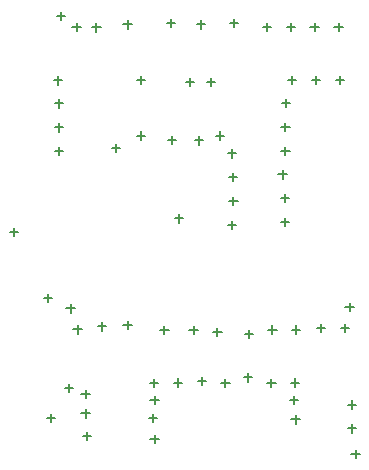
<source format=gbr>
%TF.GenerationSoftware,Altium Limited,Altium Designer,20.0.10 (225)*%
G04 Layer_Color=128*
%FSLAX26Y26*%
%MOIN*%
%TF.FileFunction,Drillmap*%
%TF.Part,CustomerPanel*%
G01*
G75*
%TA.AperFunction,NonConductor*%
%ADD30C,0.005000*%
D30*
X2633716Y3946890D02*
X2661716D01*
X2647716Y3932890D02*
Y3960890D01*
X2448716Y4386890D02*
X2476716D01*
X2462716Y4372890D02*
Y4400890D01*
X2438716Y4171890D02*
X2466716D01*
X2452716Y4157890D02*
Y4185890D01*
X3136116Y4349551D02*
X3164116D01*
X3150116Y4335551D02*
Y4363551D01*
X3215644Y4349551D02*
X3243644D01*
X3229644Y4335551D02*
Y4363551D01*
X3295171Y4349551D02*
X3323171D01*
X3309171Y4335551D02*
Y4363551D01*
X3374699Y4349551D02*
X3402699D01*
X3388699Y4335551D02*
Y4363551D01*
X3025901Y4363026D02*
X3053901D01*
X3039901Y4349026D02*
Y4377026D01*
X2916965Y4358653D02*
X2944965D01*
X2930965Y4344653D02*
Y4372653D01*
X2948716Y4166890D02*
X2976716D01*
X2962716Y4152890D02*
Y4180890D01*
X2878716Y4166890D02*
X2906716D01*
X2892716Y4152890D02*
Y4180890D01*
X2820208Y3972731D02*
X2848208D01*
X2834208Y3958731D02*
Y3986731D01*
X2908716Y3971890D02*
X2936716D01*
X2922716Y3957890D02*
Y3985890D01*
X2979729Y3987726D02*
X3007729D01*
X2993729Y3973726D02*
Y4001726D01*
X2716059Y3987803D02*
X2744059D01*
X2730059Y3973803D02*
Y4001803D01*
X2671892Y4358688D02*
X2699892D01*
X2685892Y4344688D02*
Y4372688D01*
X2716059Y4172803D02*
X2744059D01*
X2730059Y4158803D02*
Y4186803D01*
X2815901Y4363026D02*
X2843901D01*
X2829901Y4349026D02*
Y4377026D01*
X3020265Y3928397D02*
X3048265D01*
X3034265Y3914397D02*
Y3942397D01*
X3023589Y3848939D02*
X3051589D01*
X3037589Y3834939D02*
Y3862939D01*
X3024333Y3769415D02*
X3052333D01*
X3038333Y3755415D02*
Y3783415D01*
X3020265Y3689991D02*
X3048265D01*
X3034265Y3675991D02*
Y3703991D01*
X3197168Y3699551D02*
X3225168D01*
X3211168Y3685551D02*
Y3713551D01*
X3196326Y3779074D02*
X3224326D01*
X3210326Y3765074D02*
Y3793074D01*
X3187966Y3858161D02*
X3215966D01*
X3201966Y3844161D02*
Y3872161D01*
X3197622Y3937101D02*
X3225622D01*
X3211622Y3923101D02*
Y3951101D01*
X3197622Y4016628D02*
X3225622D01*
X3211622Y4002628D02*
Y4030628D01*
X3199295Y4096138D02*
X3227295D01*
X3213295Y4082138D02*
Y4110138D01*
X3220440Y4172803D02*
X3248440D01*
X3234440Y4158803D02*
Y4186803D01*
X3299968Y4172803D02*
X3327968D01*
X3313968Y4158803D02*
Y4186803D01*
X3379495Y4172803D02*
X3407495D01*
X3393495Y4158803D02*
Y4186803D01*
X2501642Y4349551D02*
X2529642D01*
X2515642Y4335551D02*
Y4363551D01*
X2442311Y4094837D02*
X2470311D01*
X2456311Y4080837D02*
Y4108837D01*
X2443414Y4015317D02*
X2471414D01*
X2457414Y4001317D02*
Y4029317D01*
X2443414Y3935789D02*
X2471414D01*
X2457414Y3921789D02*
Y3949789D01*
X2567460Y4348426D02*
X2595460D01*
X2581460Y4334426D02*
Y4362426D01*
X2292131Y3665698D02*
X2320131D01*
X2306131Y3651698D02*
Y3679698D01*
X2843716Y3711890D02*
X2871716D01*
X2857716Y3697890D02*
Y3725890D01*
X3431827Y2926890D02*
X3459827D01*
X3445827Y2912890D02*
Y2940890D01*
X3411827Y3416890D02*
X3439827D01*
X3425827Y3402890D02*
Y3430890D01*
X3396827Y3346890D02*
X3424827D01*
X3410827Y3332890D02*
Y3360890D01*
X3316827Y3346890D02*
X3344827D01*
X3330827Y3332890D02*
Y3360890D01*
X2416827Y3046890D02*
X2444827D01*
X2430827Y3032890D02*
Y3060890D01*
X2481827Y3411890D02*
X2509827D01*
X2495827Y3397890D02*
Y3425890D01*
X2406827Y3446890D02*
X2434827D01*
X2420827Y3432890D02*
Y3460890D01*
X2504673Y3341631D02*
X2532673D01*
X2518673Y3327631D02*
Y3355631D01*
X2476827Y3146890D02*
X2504827D01*
X2490827Y3132890D02*
Y3160890D01*
X2531827Y3126890D02*
X2559827D01*
X2545827Y3112890D02*
Y3140890D01*
X2756827Y3046890D02*
X2784827D01*
X2770827Y3032890D02*
Y3060890D01*
X2531827Y3061890D02*
X2559827D01*
X2545827Y3047890D02*
Y3075890D01*
X2536827Y2986890D02*
X2564827D01*
X2550827Y2972890D02*
Y3000890D01*
X2761827Y2976890D02*
X2789827D01*
X2775827Y2962890D02*
Y2990890D01*
X3231827Y3041890D02*
X3259827D01*
X3245827Y3027890D02*
Y3055890D01*
X3420201Y3011432D02*
X3448201D01*
X3434201Y2997432D02*
Y3025432D01*
X3420201Y3090960D02*
X3448201D01*
X3434201Y3076960D02*
Y3104960D01*
X2971055Y3333048D02*
X2999055D01*
X2985055Y3319048D02*
Y3347048D01*
X2891863Y3340341D02*
X2919863D01*
X2905863Y3326341D02*
Y3354341D01*
X2839349Y3164619D02*
X2867349D01*
X2853349Y3150619D02*
Y3178619D01*
X2918644Y3170699D02*
X2946644D01*
X2932644Y3156699D02*
Y3184699D01*
X2997840Y3163438D02*
X3025840D01*
X3011840Y3149438D02*
Y3177438D01*
X2671827Y3356890D02*
X2699827D01*
X2685827Y3342890D02*
Y3370890D01*
X2586827Y3351890D02*
X2614827D01*
X2600827Y3337890D02*
Y3365890D01*
X2761827Y3106890D02*
X2789827D01*
X2775827Y3092890D02*
Y3120890D01*
X2760313Y3163438D02*
X2788313D01*
X2774313Y3149438D02*
Y3177438D01*
X2794468Y3339139D02*
X2822468D01*
X2808468Y3325139D02*
Y3353139D01*
X3233842Y3340795D02*
X3261842D01*
X3247842Y3326795D02*
Y3354795D01*
X3154314Y3340795D02*
X3182314D01*
X3168314Y3326795D02*
Y3354795D01*
X3076218Y3325773D02*
X3104218D01*
X3090218Y3311773D02*
Y3339773D01*
X3073506Y3181927D02*
X3101506D01*
X3087506Y3167927D02*
Y3195927D01*
X3150855Y3163438D02*
X3178855D01*
X3164855Y3149438D02*
Y3177438D01*
X3230380Y3164047D02*
X3258380D01*
X3244380Y3150047D02*
Y3178047D01*
X3226827Y3106890D02*
X3254827D01*
X3240827Y3092890D02*
Y3120890D01*
%TF.MD5,04a748bf6a8172b045225f2d86d314c8*%
M02*

</source>
